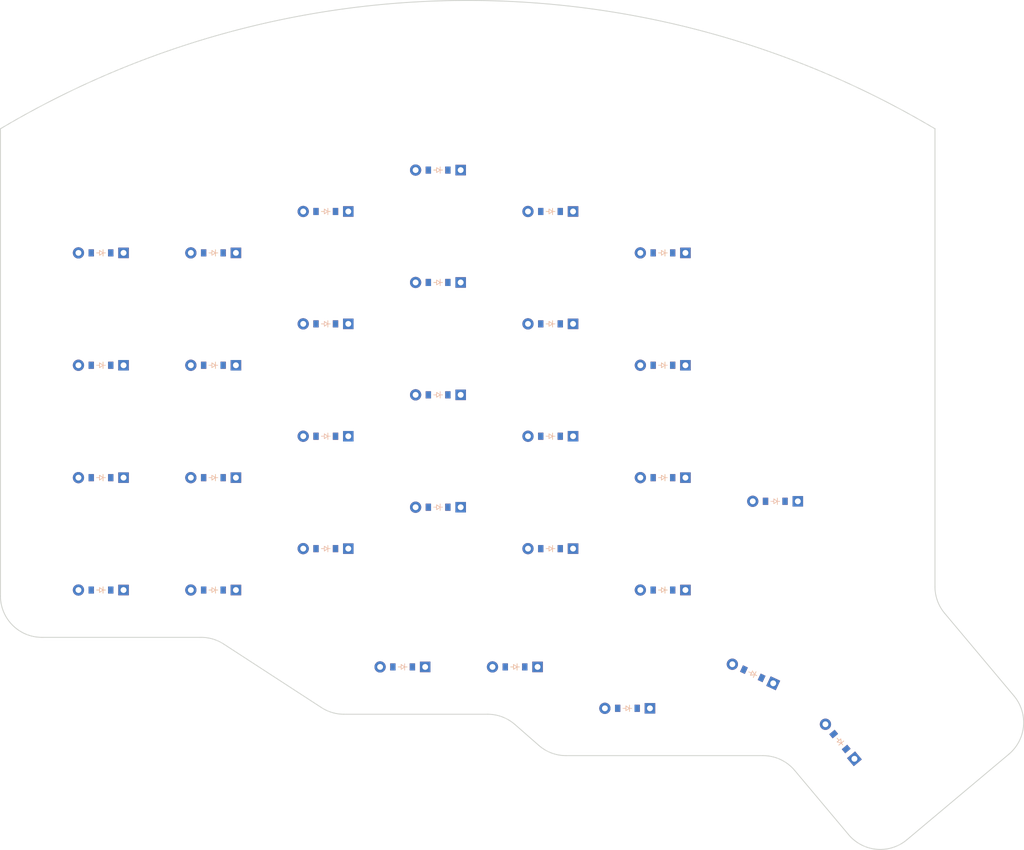
<source format=kicad_pcb>

            
(kicad_pcb (version 20171130) (host pcbnew 5.1.6)

  (page A3)
  (title_block
    (title diode_cuts)
    (rev v1.0.0)
    (company Unknown)
  )

  (general
    (thickness 1.6)
  )

  (layers
    (0 F.Cu signal)
    (31 B.Cu signal)
    (32 B.Adhes user)
    (33 F.Adhes user)
    (34 B.Paste user)
    (35 F.Paste user)
    (36 B.SilkS user)
    (37 F.SilkS user)
    (38 B.Mask user)
    (39 F.Mask user)
    (40 Dwgs.User user)
    (41 Cmts.User user)
    (42 Eco1.User user)
    (43 Eco2.User user)
    (44 Edge.Cuts user)
    (45 Margin user)
    (46 B.CrtYd user)
    (47 F.CrtYd user)
    (48 B.Fab user)
    (49 F.Fab user)
  )

  (setup
    (last_trace_width 0.25)
    (trace_clearance 0.2)
    (zone_clearance 0.508)
    (zone_45_only no)
    (trace_min 0.2)
    (via_size 0.8)
    (via_drill 0.4)
    (via_min_size 0.4)
    (via_min_drill 0.3)
    (uvia_size 0.3)
    (uvia_drill 0.1)
    (uvias_allowed no)
    (uvia_min_size 0.2)
    (uvia_min_drill 0.1)
    (edge_width 0.05)
    (segment_width 0.2)
    (pcb_text_width 0.3)
    (pcb_text_size 1.5 1.5)
    (mod_edge_width 0.12)
    (mod_text_size 1 1)
    (mod_text_width 0.15)
    (pad_size 1.524 1.524)
    (pad_drill 0.762)
    (pad_to_mask_clearance 0.05)
    (aux_axis_origin 0 0)
    (visible_elements FFFFFF7F)
    (pcbplotparams
      (layerselection 0x010fc_ffffffff)
      (usegerberextensions false)
      (usegerberattributes true)
      (usegerberadvancedattributes true)
      (creategerberjobfile true)
      (excludeedgelayer true)
      (linewidth 0.100000)
      (plotframeref false)
      (viasonmask false)
      (mode 1)
      (useauxorigin false)
      (hpglpennumber 1)
      (hpglpenspeed 20)
      (hpglpendiameter 15.000000)
      (psnegative false)
      (psa4output false)
      (plotreference true)
      (plotvalue true)
      (plotinvisibletext false)
      (padsonsilk false)
      (subtractmaskfromsilk false)
      (outputformat 1)
      (mirror false)
      (drillshape 1)
      (scaleselection 1)
      (outputdirectory ""))
  )

            (net 0 "")
(net 1 "{{row_net}}")
(net 2 "{{column_net}}")
            
  (net_class Default "This is the default net class."
    (clearance 0.2)
    (trace_width 0.25)
    (via_dia 0.8)
    (via_drill 0.4)
    (uvia_dia 0.3)
    (uvia_drill 0.1)
    (add_net "")
(add_net "{{row_net}}")
(add_net "{{column_net}}")
  )

            
  
    (module ComboDiode (layer F.Cu) (tedit 5B24D78E)


        (at 0 9 180)

        
        (fp_text reference "D1" (at 0 0) (layer F.SilkS) hide (effects (font (size 1.27 1.27) (thickness 0.15))))
        (fp_text value "" (at 0 0) (layer F.SilkS) hide (effects (font (size 1.27 1.27) (thickness 0.15))))
        
        
        (fp_line (start 0.25 0) (end 0.75 0) (layer F.SilkS) (width 0.1))
        (fp_line (start 0.25 0.4) (end -0.35 0) (layer F.SilkS) (width 0.1))
        (fp_line (start 0.25 -0.4) (end 0.25 0.4) (layer F.SilkS) (width 0.1))
        (fp_line (start -0.35 0) (end 0.25 -0.4) (layer F.SilkS) (width 0.1))
        (fp_line (start -0.35 0) (end -0.35 0.55) (layer F.SilkS) (width 0.1))
        (fp_line (start -0.35 0) (end -0.35 -0.55) (layer F.SilkS) (width 0.1))
        (fp_line (start -0.75 0) (end -0.35 0) (layer F.SilkS) (width 0.1))
        (fp_line (start 0.25 0) (end 0.75 0) (layer B.SilkS) (width 0.1))
        (fp_line (start 0.25 0.4) (end -0.35 0) (layer B.SilkS) (width 0.1))
        (fp_line (start 0.25 -0.4) (end 0.25 0.4) (layer B.SilkS) (width 0.1))
        (fp_line (start -0.35 0) (end 0.25 -0.4) (layer B.SilkS) (width 0.1))
        (fp_line (start -0.35 0) (end -0.35 0.55) (layer B.SilkS) (width 0.1))
        (fp_line (start -0.35 0) (end -0.35 -0.55) (layer B.SilkS) (width 0.1))
        (fp_line (start -0.75 0) (end -0.35 0) (layer B.SilkS) (width 0.1))
    
        
        (pad 1 smd rect (at -1.65 0 180) (size 0.9 1.2) (layers F.Cu F.Paste F.Mask) (net 2 "{{column_net}}"))
        (pad 2 smd rect (at 1.65 0 180) (size 0.9 1.2) (layers B.Cu B.Paste B.Mask) (net 1 "{{row_net}}"))
        (pad 1 smd rect (at -1.65 0 180) (size 0.9 1.2) (layers B.Cu B.Paste B.Mask) (net 2 "{{column_net}}"))
        (pad 2 smd rect (at 1.65 0 180) (size 0.9 1.2) (layers F.Cu F.Paste F.Mask) (net 1 "{{row_net}}"))
        
        
        (pad 1 thru_hole rect (at -3.81 0 180) (size 1.778 1.778) (drill 0.9906) (layers *.Cu *.Mask) (net 2 "{{column_net}}"))
        (pad 2 thru_hole circle (at 3.81 0 180) (size 1.905 1.905) (drill 0.9906) (layers *.Cu *.Mask) (net 1 "{{row_net}}"))
    )
  
    

  
    (module ComboDiode (layer F.Cu) (tedit 5B24D78E)


        (at 0 -10 180)

        
        (fp_text reference "D2" (at 0 0) (layer F.SilkS) hide (effects (font (size 1.27 1.27) (thickness 0.15))))
        (fp_text value "" (at 0 0) (layer F.SilkS) hide (effects (font (size 1.27 1.27) (thickness 0.15))))
        
        
        (fp_line (start 0.25 0) (end 0.75 0) (layer F.SilkS) (width 0.1))
        (fp_line (start 0.25 0.4) (end -0.35 0) (layer F.SilkS) (width 0.1))
        (fp_line (start 0.25 -0.4) (end 0.25 0.4) (layer F.SilkS) (width 0.1))
        (fp_line (start -0.35 0) (end 0.25 -0.4) (layer F.SilkS) (width 0.1))
        (fp_line (start -0.35 0) (end -0.35 0.55) (layer F.SilkS) (width 0.1))
        (fp_line (start -0.35 0) (end -0.35 -0.55) (layer F.SilkS) (width 0.1))
        (fp_line (start -0.75 0) (end -0.35 0) (layer F.SilkS) (width 0.1))
        (fp_line (start 0.25 0) (end 0.75 0) (layer B.SilkS) (width 0.1))
        (fp_line (start 0.25 0.4) (end -0.35 0) (layer B.SilkS) (width 0.1))
        (fp_line (start 0.25 -0.4) (end 0.25 0.4) (layer B.SilkS) (width 0.1))
        (fp_line (start -0.35 0) (end 0.25 -0.4) (layer B.SilkS) (width 0.1))
        (fp_line (start -0.35 0) (end -0.35 0.55) (layer B.SilkS) (width 0.1))
        (fp_line (start -0.35 0) (end -0.35 -0.55) (layer B.SilkS) (width 0.1))
        (fp_line (start -0.75 0) (end -0.35 0) (layer B.SilkS) (width 0.1))
    
        
        (pad 1 smd rect (at -1.65 0 180) (size 0.9 1.2) (layers F.Cu F.Paste F.Mask) (net 2 "{{column_net}}"))
        (pad 2 smd rect (at 1.65 0 180) (size 0.9 1.2) (layers B.Cu B.Paste B.Mask) (net 1 "{{row_net}}"))
        (pad 1 smd rect (at -1.65 0 180) (size 0.9 1.2) (layers B.Cu B.Paste B.Mask) (net 2 "{{column_net}}"))
        (pad 2 smd rect (at 1.65 0 180) (size 0.9 1.2) (layers F.Cu F.Paste F.Mask) (net 1 "{{row_net}}"))
        
        
        (pad 1 thru_hole rect (at -3.81 0 180) (size 1.778 1.778) (drill 0.9906) (layers *.Cu *.Mask) (net 2 "{{column_net}}"))
        (pad 2 thru_hole circle (at 3.81 0 180) (size 1.905 1.905) (drill 0.9906) (layers *.Cu *.Mask) (net 1 "{{row_net}}"))
    )
  
    

  
    (module ComboDiode (layer F.Cu) (tedit 5B24D78E)


        (at 0 -29 180)

        
        (fp_text reference "D3" (at 0 0) (layer F.SilkS) hide (effects (font (size 1.27 1.27) (thickness 0.15))))
        (fp_text value "" (at 0 0) (layer F.SilkS) hide (effects (font (size 1.27 1.27) (thickness 0.15))))
        
        
        (fp_line (start 0.25 0) (end 0.75 0) (layer F.SilkS) (width 0.1))
        (fp_line (start 0.25 0.4) (end -0.35 0) (layer F.SilkS) (width 0.1))
        (fp_line (start 0.25 -0.4) (end 0.25 0.4) (layer F.SilkS) (width 0.1))
        (fp_line (start -0.35 0) (end 0.25 -0.4) (layer F.SilkS) (width 0.1))
        (fp_line (start -0.35 0) (end -0.35 0.55) (layer F.SilkS) (width 0.1))
        (fp_line (start -0.35 0) (end -0.35 -0.55) (layer F.SilkS) (width 0.1))
        (fp_line (start -0.75 0) (end -0.35 0) (layer F.SilkS) (width 0.1))
        (fp_line (start 0.25 0) (end 0.75 0) (layer B.SilkS) (width 0.1))
        (fp_line (start 0.25 0.4) (end -0.35 0) (layer B.SilkS) (width 0.1))
        (fp_line (start 0.25 -0.4) (end 0.25 0.4) (layer B.SilkS) (width 0.1))
        (fp_line (start -0.35 0) (end 0.25 -0.4) (layer B.SilkS) (width 0.1))
        (fp_line (start -0.35 0) (end -0.35 0.55) (layer B.SilkS) (width 0.1))
        (fp_line (start -0.35 0) (end -0.35 -0.55) (layer B.SilkS) (width 0.1))
        (fp_line (start -0.75 0) (end -0.35 0) (layer B.SilkS) (width 0.1))
    
        
        (pad 1 smd rect (at -1.65 0 180) (size 0.9 1.2) (layers F.Cu F.Paste F.Mask) (net 2 "{{column_net}}"))
        (pad 2 smd rect (at 1.65 0 180) (size 0.9 1.2) (layers B.Cu B.Paste B.Mask) (net 1 "{{row_net}}"))
        (pad 1 smd rect (at -1.65 0 180) (size 0.9 1.2) (layers B.Cu B.Paste B.Mask) (net 2 "{{column_net}}"))
        (pad 2 smd rect (at 1.65 0 180) (size 0.9 1.2) (layers F.Cu F.Paste F.Mask) (net 1 "{{row_net}}"))
        
        
        (pad 1 thru_hole rect (at -3.81 0 180) (size 1.778 1.778) (drill 0.9906) (layers *.Cu *.Mask) (net 2 "{{column_net}}"))
        (pad 2 thru_hole circle (at 3.81 0 180) (size 1.905 1.905) (drill 0.9906) (layers *.Cu *.Mask) (net 1 "{{row_net}}"))
    )
  
    

  
    (module ComboDiode (layer F.Cu) (tedit 5B24D78E)


        (at 0 -48 180)

        
        (fp_text reference "D4" (at 0 0) (layer F.SilkS) hide (effects (font (size 1.27 1.27) (thickness 0.15))))
        (fp_text value "" (at 0 0) (layer F.SilkS) hide (effects (font (size 1.27 1.27) (thickness 0.15))))
        
        
        (fp_line (start 0.25 0) (end 0.75 0) (layer F.SilkS) (width 0.1))
        (fp_line (start 0.25 0.4) (end -0.35 0) (layer F.SilkS) (width 0.1))
        (fp_line (start 0.25 -0.4) (end 0.25 0.4) (layer F.SilkS) (width 0.1))
        (fp_line (start -0.35 0) (end 0.25 -0.4) (layer F.SilkS) (width 0.1))
        (fp_line (start -0.35 0) (end -0.35 0.55) (layer F.SilkS) (width 0.1))
        (fp_line (start -0.35 0) (end -0.35 -0.55) (layer F.SilkS) (width 0.1))
        (fp_line (start -0.75 0) (end -0.35 0) (layer F.SilkS) (width 0.1))
        (fp_line (start 0.25 0) (end 0.75 0) (layer B.SilkS) (width 0.1))
        (fp_line (start 0.25 0.4) (end -0.35 0) (layer B.SilkS) (width 0.1))
        (fp_line (start 0.25 -0.4) (end 0.25 0.4) (layer B.SilkS) (width 0.1))
        (fp_line (start -0.35 0) (end 0.25 -0.4) (layer B.SilkS) (width 0.1))
        (fp_line (start -0.35 0) (end -0.35 0.55) (layer B.SilkS) (width 0.1))
        (fp_line (start -0.35 0) (end -0.35 -0.55) (layer B.SilkS) (width 0.1))
        (fp_line (start -0.75 0) (end -0.35 0) (layer B.SilkS) (width 0.1))
    
        
        (pad 1 smd rect (at -1.65 0 180) (size 0.9 1.2) (layers F.Cu F.Paste F.Mask) (net 2 "{{column_net}}"))
        (pad 2 smd rect (at 1.65 0 180) (size 0.9 1.2) (layers B.Cu B.Paste B.Mask) (net 1 "{{row_net}}"))
        (pad 1 smd rect (at -1.65 0 180) (size 0.9 1.2) (layers B.Cu B.Paste B.Mask) (net 2 "{{column_net}}"))
        (pad 2 smd rect (at 1.65 0 180) (size 0.9 1.2) (layers F.Cu F.Paste F.Mask) (net 1 "{{row_net}}"))
        
        
        (pad 1 thru_hole rect (at -3.81 0 180) (size 1.778 1.778) (drill 0.9906) (layers *.Cu *.Mask) (net 2 "{{column_net}}"))
        (pad 2 thru_hole circle (at 3.81 0 180) (size 1.905 1.905) (drill 0.9906) (layers *.Cu *.Mask) (net 1 "{{row_net}}"))
    )
  
    

  
    (module ComboDiode (layer F.Cu) (tedit 5B24D78E)


        (at 19 9 180)

        
        (fp_text reference "D5" (at 0 0) (layer F.SilkS) hide (effects (font (size 1.27 1.27) (thickness 0.15))))
        (fp_text value "" (at 0 0) (layer F.SilkS) hide (effects (font (size 1.27 1.27) (thickness 0.15))))
        
        
        (fp_line (start 0.25 0) (end 0.75 0) (layer F.SilkS) (width 0.1))
        (fp_line (start 0.25 0.4) (end -0.35 0) (layer F.SilkS) (width 0.1))
        (fp_line (start 0.25 -0.4) (end 0.25 0.4) (layer F.SilkS) (width 0.1))
        (fp_line (start -0.35 0) (end 0.25 -0.4) (layer F.SilkS) (width 0.1))
        (fp_line (start -0.35 0) (end -0.35 0.55) (layer F.SilkS) (width 0.1))
        (fp_line (start -0.35 0) (end -0.35 -0.55) (layer F.SilkS) (width 0.1))
        (fp_line (start -0.75 0) (end -0.35 0) (layer F.SilkS) (width 0.1))
        (fp_line (start 0.25 0) (end 0.75 0) (layer B.SilkS) (width 0.1))
        (fp_line (start 0.25 0.4) (end -0.35 0) (layer B.SilkS) (width 0.1))
        (fp_line (start 0.25 -0.4) (end 0.25 0.4) (layer B.SilkS) (width 0.1))
        (fp_line (start -0.35 0) (end 0.25 -0.4) (layer B.SilkS) (width 0.1))
        (fp_line (start -0.35 0) (end -0.35 0.55) (layer B.SilkS) (width 0.1))
        (fp_line (start -0.35 0) (end -0.35 -0.55) (layer B.SilkS) (width 0.1))
        (fp_line (start -0.75 0) (end -0.35 0) (layer B.SilkS) (width 0.1))
    
        
        (pad 1 smd rect (at -1.65 0 180) (size 0.9 1.2) (layers F.Cu F.Paste F.Mask) (net 2 "{{column_net}}"))
        (pad 2 smd rect (at 1.65 0 180) (size 0.9 1.2) (layers B.Cu B.Paste B.Mask) (net 1 "{{row_net}}"))
        (pad 1 smd rect (at -1.65 0 180) (size 0.9 1.2) (layers B.Cu B.Paste B.Mask) (net 2 "{{column_net}}"))
        (pad 2 smd rect (at 1.65 0 180) (size 0.9 1.2) (layers F.Cu F.Paste F.Mask) (net 1 "{{row_net}}"))
        
        
        (pad 1 thru_hole rect (at -3.81 0 180) (size 1.778 1.778) (drill 0.9906) (layers *.Cu *.Mask) (net 2 "{{column_net}}"))
        (pad 2 thru_hole circle (at 3.81 0 180) (size 1.905 1.905) (drill 0.9906) (layers *.Cu *.Mask) (net 1 "{{row_net}}"))
    )
  
    

  
    (module ComboDiode (layer F.Cu) (tedit 5B24D78E)


        (at 19 -10 180)

        
        (fp_text reference "D6" (at 0 0) (layer F.SilkS) hide (effects (font (size 1.27 1.27) (thickness 0.15))))
        (fp_text value "" (at 0 0) (layer F.SilkS) hide (effects (font (size 1.27 1.27) (thickness 0.15))))
        
        
        (fp_line (start 0.25 0) (end 0.75 0) (layer F.SilkS) (width 0.1))
        (fp_line (start 0.25 0.4) (end -0.35 0) (layer F.SilkS) (width 0.1))
        (fp_line (start 0.25 -0.4) (end 0.25 0.4) (layer F.SilkS) (width 0.1))
        (fp_line (start -0.35 0) (end 0.25 -0.4) (layer F.SilkS) (width 0.1))
        (fp_line (start -0.35 0) (end -0.35 0.55) (layer F.SilkS) (width 0.1))
        (fp_line (start -0.35 0) (end -0.35 -0.55) (layer F.SilkS) (width 0.1))
        (fp_line (start -0.75 0) (end -0.35 0) (layer F.SilkS) (width 0.1))
        (fp_line (start 0.25 0) (end 0.75 0) (layer B.SilkS) (width 0.1))
        (fp_line (start 0.25 0.4) (end -0.35 0) (layer B.SilkS) (width 0.1))
        (fp_line (start 0.25 -0.4) (end 0.25 0.4) (layer B.SilkS) (width 0.1))
        (fp_line (start -0.35 0) (end 0.25 -0.4) (layer B.SilkS) (width 0.1))
        (fp_line (start -0.35 0) (end -0.35 0.55) (layer B.SilkS) (width 0.1))
        (fp_line (start -0.35 0) (end -0.35 -0.55) (layer B.SilkS) (width 0.1))
        (fp_line (start -0.75 0) (end -0.35 0) (layer B.SilkS) (width 0.1))
    
        
        (pad 1 smd rect (at -1.65 0 180) (size 0.9 1.2) (layers F.Cu F.Paste F.Mask) (net 2 "{{column_net}}"))
        (pad 2 smd rect (at 1.65 0 180) (size 0.9 1.2) (layers B.Cu B.Paste B.Mask) (net 1 "{{row_net}}"))
        (pad 1 smd rect (at -1.65 0 180) (size 0.9 1.2) (layers B.Cu B.Paste B.Mask) (net 2 "{{column_net}}"))
        (pad 2 smd rect (at 1.65 0 180) (size 0.9 1.2) (layers F.Cu F.Paste F.Mask) (net 1 "{{row_net}}"))
        
        
        (pad 1 thru_hole rect (at -3.81 0 180) (size 1.778 1.778) (drill 0.9906) (layers *.Cu *.Mask) (net 2 "{{column_net}}"))
        (pad 2 thru_hole circle (at 3.81 0 180) (size 1.905 1.905) (drill 0.9906) (layers *.Cu *.Mask) (net 1 "{{row_net}}"))
    )
  
    

  
    (module ComboDiode (layer F.Cu) (tedit 5B24D78E)


        (at 19 -29 180)

        
        (fp_text reference "D7" (at 0 0) (layer F.SilkS) hide (effects (font (size 1.27 1.27) (thickness 0.15))))
        (fp_text value "" (at 0 0) (layer F.SilkS) hide (effects (font (size 1.27 1.27) (thickness 0.15))))
        
        
        (fp_line (start 0.25 0) (end 0.75 0) (layer F.SilkS) (width 0.1))
        (fp_line (start 0.25 0.4) (end -0.35 0) (layer F.SilkS) (width 0.1))
        (fp_line (start 0.25 -0.4) (end 0.25 0.4) (layer F.SilkS) (width 0.1))
        (fp_line (start -0.35 0) (end 0.25 -0.4) (layer F.SilkS) (width 0.1))
        (fp_line (start -0.35 0) (end -0.35 0.55) (layer F.SilkS) (width 0.1))
        (fp_line (start -0.35 0) (end -0.35 -0.55) (layer F.SilkS) (width 0.1))
        (fp_line (start -0.75 0) (end -0.35 0) (layer F.SilkS) (width 0.1))
        (fp_line (start 0.25 0) (end 0.75 0) (layer B.SilkS) (width 0.1))
        (fp_line (start 0.25 0.4) (end -0.35 0) (layer B.SilkS) (width 0.1))
        (fp_line (start 0.25 -0.4) (end 0.25 0.4) (layer B.SilkS) (width 0.1))
        (fp_line (start -0.35 0) (end 0.25 -0.4) (layer B.SilkS) (width 0.1))
        (fp_line (start -0.35 0) (end -0.35 0.55) (layer B.SilkS) (width 0.1))
        (fp_line (start -0.35 0) (end -0.35 -0.55) (layer B.SilkS) (width 0.1))
        (fp_line (start -0.75 0) (end -0.35 0) (layer B.SilkS) (width 0.1))
    
        
        (pad 1 smd rect (at -1.65 0 180) (size 0.9 1.2) (layers F.Cu F.Paste F.Mask) (net 2 "{{column_net}}"))
        (pad 2 smd rect (at 1.65 0 180) (size 0.9 1.2) (layers B.Cu B.Paste B.Mask) (net 1 "{{row_net}}"))
        (pad 1 smd rect (at -1.65 0 180) (size 0.9 1.2) (layers B.Cu B.Paste B.Mask) (net 2 "{{column_net}}"))
        (pad 2 smd rect (at 1.65 0 180) (size 0.9 1.2) (layers F.Cu F.Paste F.Mask) (net 1 "{{row_net}}"))
        
        
        (pad 1 thru_hole rect (at -3.81 0 180) (size 1.778 1.778) (drill 0.9906) (layers *.Cu *.Mask) (net 2 "{{column_net}}"))
        (pad 2 thru_hole circle (at 3.81 0 180) (size 1.905 1.905) (drill 0.9906) (layers *.Cu *.Mask) (net 1 "{{row_net}}"))
    )
  
    

  
    (module ComboDiode (layer F.Cu) (tedit 5B24D78E)


        (at 19 -48 180)

        
        (fp_text reference "D8" (at 0 0) (layer F.SilkS) hide (effects (font (size 1.27 1.27) (thickness 0.15))))
        (fp_text value "" (at 0 0) (layer F.SilkS) hide (effects (font (size 1.27 1.27) (thickness 0.15))))
        
        
        (fp_line (start 0.25 0) (end 0.75 0) (layer F.SilkS) (width 0.1))
        (fp_line (start 0.25 0.4) (end -0.35 0) (layer F.SilkS) (width 0.1))
        (fp_line (start 0.25 -0.4) (end 0.25 0.4) (layer F.SilkS) (width 0.1))
        (fp_line (start -0.35 0) (end 0.25 -0.4) (layer F.SilkS) (width 0.1))
        (fp_line (start -0.35 0) (end -0.35 0.55) (layer F.SilkS) (width 0.1))
        (fp_line (start -0.35 0) (end -0.35 -0.55) (layer F.SilkS) (width 0.1))
        (fp_line (start -0.75 0) (end -0.35 0) (layer F.SilkS) (width 0.1))
        (fp_line (start 0.25 0) (end 0.75 0) (layer B.SilkS) (width 0.1))
        (fp_line (start 0.25 0.4) (end -0.35 0) (layer B.SilkS) (width 0.1))
        (fp_line (start 0.25 -0.4) (end 0.25 0.4) (layer B.SilkS) (width 0.1))
        (fp_line (start -0.35 0) (end 0.25 -0.4) (layer B.SilkS) (width 0.1))
        (fp_line (start -0.35 0) (end -0.35 0.55) (layer B.SilkS) (width 0.1))
        (fp_line (start -0.35 0) (end -0.35 -0.55) (layer B.SilkS) (width 0.1))
        (fp_line (start -0.75 0) (end -0.35 0) (layer B.SilkS) (width 0.1))
    
        
        (pad 1 smd rect (at -1.65 0 180) (size 0.9 1.2) (layers F.Cu F.Paste F.Mask) (net 2 "{{column_net}}"))
        (pad 2 smd rect (at 1.65 0 180) (size 0.9 1.2) (layers B.Cu B.Paste B.Mask) (net 1 "{{row_net}}"))
        (pad 1 smd rect (at -1.65 0 180) (size 0.9 1.2) (layers B.Cu B.Paste B.Mask) (net 2 "{{column_net}}"))
        (pad 2 smd rect (at 1.65 0 180) (size 0.9 1.2) (layers F.Cu F.Paste F.Mask) (net 1 "{{row_net}}"))
        
        
        (pad 1 thru_hole rect (at -3.81 0 180) (size 1.778 1.778) (drill 0.9906) (layers *.Cu *.Mask) (net 2 "{{column_net}}"))
        (pad 2 thru_hole circle (at 3.81 0 180) (size 1.905 1.905) (drill 0.9906) (layers *.Cu *.Mask) (net 1 "{{row_net}}"))
    )
  
    

  
    (module ComboDiode (layer F.Cu) (tedit 5B24D78E)


        (at 38 2 180)

        
        (fp_text reference "D9" (at 0 0) (layer F.SilkS) hide (effects (font (size 1.27 1.27) (thickness 0.15))))
        (fp_text value "" (at 0 0) (layer F.SilkS) hide (effects (font (size 1.27 1.27) (thickness 0.15))))
        
        
        (fp_line (start 0.25 0) (end 0.75 0) (layer F.SilkS) (width 0.1))
        (fp_line (start 0.25 0.4) (end -0.35 0) (layer F.SilkS) (width 0.1))
        (fp_line (start 0.25 -0.4) (end 0.25 0.4) (layer F.SilkS) (width 0.1))
        (fp_line (start -0.35 0) (end 0.25 -0.4) (layer F.SilkS) (width 0.1))
        (fp_line (start -0.35 0) (end -0.35 0.55) (layer F.SilkS) (width 0.1))
        (fp_line (start -0.35 0) (end -0.35 -0.55) (layer F.SilkS) (width 0.1))
        (fp_line (start -0.75 0) (end -0.35 0) (layer F.SilkS) (width 0.1))
        (fp_line (start 0.25 0) (end 0.75 0) (layer B.SilkS) (width 0.1))
        (fp_line (start 0.25 0.4) (end -0.35 0) (layer B.SilkS) (width 0.1))
        (fp_line (start 0.25 -0.4) (end 0.25 0.4) (layer B.SilkS) (width 0.1))
        (fp_line (start -0.35 0) (end 0.25 -0.4) (layer B.SilkS) (width 0.1))
        (fp_line (start -0.35 0) (end -0.35 0.55) (layer B.SilkS) (width 0.1))
        (fp_line (start -0.35 0) (end -0.35 -0.55) (layer B.SilkS) (width 0.1))
        (fp_line (start -0.75 0) (end -0.35 0) (layer B.SilkS) (width 0.1))
    
        
        (pad 1 smd rect (at -1.65 0 180) (size 0.9 1.2) (layers F.Cu F.Paste F.Mask) (net 2 "{{column_net}}"))
        (pad 2 smd rect (at 1.65 0 180) (size 0.9 1.2) (layers B.Cu B.Paste B.Mask) (net 1 "{{row_net}}"))
        (pad 1 smd rect (at -1.65 0 180) (size 0.9 1.2) (layers B.Cu B.Paste B.Mask) (net 2 "{{column_net}}"))
        (pad 2 smd rect (at 1.65 0 180) (size 0.9 1.2) (layers F.Cu F.Paste F.Mask) (net 1 "{{row_net}}"))
        
        
        (pad 1 thru_hole rect (at -3.81 0 180) (size 1.778 1.778) (drill 0.9906) (layers *.Cu *.Mask) (net 2 "{{column_net}}"))
        (pad 2 thru_hole circle (at 3.81 0 180) (size 1.905 1.905) (drill 0.9906) (layers *.Cu *.Mask) (net 1 "{{row_net}}"))
    )
  
    

  
    (module ComboDiode (layer F.Cu) (tedit 5B24D78E)


        (at 38 -17 180)

        
        (fp_text reference "D10" (at 0 0) (layer F.SilkS) hide (effects (font (size 1.27 1.27) (thickness 0.15))))
        (fp_text value "" (at 0 0) (layer F.SilkS) hide (effects (font (size 1.27 1.27) (thickness 0.15))))
        
        
        (fp_line (start 0.25 0) (end 0.75 0) (layer F.SilkS) (width 0.1))
        (fp_line (start 0.25 0.4) (end -0.35 0) (layer F.SilkS) (width 0.1))
        (fp_line (start 0.25 -0.4) (end 0.25 0.4) (layer F.SilkS) (width 0.1))
        (fp_line (start -0.35 0) (end 0.25 -0.4) (layer F.SilkS) (width 0.1))
        (fp_line (start -0.35 0) (end -0.35 0.55) (layer F.SilkS) (width 0.1))
        (fp_line (start -0.35 0) (end -0.35 -0.55) (layer F.SilkS) (width 0.1))
        (fp_line (start -0.75 0) (end -0.35 0) (layer F.SilkS) (width 0.1))
        (fp_line (start 0.25 0) (end 0.75 0) (layer B.SilkS) (width 0.1))
        (fp_line (start 0.25 0.4) (end -0.35 0) (layer B.SilkS) (width 0.1))
        (fp_line (start 0.25 -0.4) (end 0.25 0.4) (layer B.SilkS) (width 0.1))
        (fp_line (start -0.35 0) (end 0.25 -0.4) (layer B.SilkS) (width 0.1))
        (fp_line (start -0.35 0) (end -0.35 0.55) (layer B.SilkS) (width 0.1))
        (fp_line (start -0.35 0) (end -0.35 -0.55) (layer B.SilkS) (width 0.1))
        (fp_line (start -0.75 0) (end -0.35 0) (layer B.SilkS) (width 0.1))
    
        
        (pad 1 smd rect (at -1.65 0 180) (size 0.9 1.2) (layers F.Cu F.Paste F.Mask) (net 2 "{{column_net}}"))
        (pad 2 smd rect (at 1.65 0 180) (size 0.9 1.2) (layers B.Cu B.Paste B.Mask) (net 1 "{{row_net}}"))
        (pad 1 smd rect (at -1.65 0 180) (size 0.9 1.2) (layers B.Cu B.Paste B.Mask) (net 2 "{{column_net}}"))
        (pad 2 smd rect (at 1.65 0 180) (size 0.9 1.2) (layers F.Cu F.Paste F.Mask) (net 1 "{{row_net}}"))
        
        
        (pad 1 thru_hole rect (at -3.81 0 180) (size 1.778 1.778) (drill 0.9906) (layers *.Cu *.Mask) (net 2 "{{column_net}}"))
        (pad 2 thru_hole circle (at 3.81 0 180) (size 1.905 1.905) (drill 0.9906) (layers *.Cu *.Mask) (net 1 "{{row_net}}"))
    )
  
    

  
    (module ComboDiode (layer F.Cu) (tedit 5B24D78E)


        (at 38 -36 180)

        
        (fp_text reference "D11" (at 0 0) (layer F.SilkS) hide (effects (font (size 1.27 1.27) (thickness 0.15))))
        (fp_text value "" (at 0 0) (layer F.SilkS) hide (effects (font (size 1.27 1.27) (thickness 0.15))))
        
        
        (fp_line (start 0.25 0) (end 0.75 0) (layer F.SilkS) (width 0.1))
        (fp_line (start 0.25 0.4) (end -0.35 0) (layer F.SilkS) (width 0.1))
        (fp_line (start 0.25 -0.4) (end 0.25 0.4) (layer F.SilkS) (width 0.1))
        (fp_line (start -0.35 0) (end 0.25 -0.4) (layer F.SilkS) (width 0.1))
        (fp_line (start -0.35 0) (end -0.35 0.55) (layer F.SilkS) (width 0.1))
        (fp_line (start -0.35 0) (end -0.35 -0.55) (layer F.SilkS) (width 0.1))
        (fp_line (start -0.75 0) (end -0.35 0) (layer F.SilkS) (width 0.1))
        (fp_line (start 0.25 0) (end 0.75 0) (layer B.SilkS) (width 0.1))
        (fp_line (start 0.25 0.4) (end -0.35 0) (layer B.SilkS) (width 0.1))
        (fp_line (start 0.25 -0.4) (end 0.25 0.4) (layer B.SilkS) (width 0.1))
        (fp_line (start -0.35 0) (end 0.25 -0.4) (layer B.SilkS) (width 0.1))
        (fp_line (start -0.35 0) (end -0.35 0.55) (layer B.SilkS) (width 0.1))
        (fp_line (start -0.35 0) (end -0.35 -0.55) (layer B.SilkS) (width 0.1))
        (fp_line (start -0.75 0) (end -0.35 0) (layer B.SilkS) (width 0.1))
    
        
        (pad 1 smd rect (at -1.65 0 180) (size 0.9 1.2) (layers F.Cu F.Paste F.Mask) (net 2 "{{column_net}}"))
        (pad 2 smd rect (at 1.65 0 180) (size 0.9 1.2) (layers B.Cu B.Paste B.Mask) (net 1 "{{row_net}}"))
        (pad 1 smd rect (at -1.65 0 180) (size 0.9 1.2) (layers B.Cu B.Paste B.Mask) (net 2 "{{column_net}}"))
        (pad 2 smd rect (at 1.65 0 180) (size 0.9 1.2) (layers F.Cu F.Paste F.Mask) (net 1 "{{row_net}}"))
        
        
        (pad 1 thru_hole rect (at -3.81 0 180) (size 1.778 1.778) (drill 0.9906) (layers *.Cu *.Mask) (net 2 "{{column_net}}"))
        (pad 2 thru_hole circle (at 3.81 0 180) (size 1.905 1.905) (drill 0.9906) (layers *.Cu *.Mask) (net 1 "{{row_net}}"))
    )
  
    

  
    (module ComboDiode (layer F.Cu) (tedit 5B24D78E)


        (at 38 -55 180)

        
        (fp_text reference "D12" (at 0 0) (layer F.SilkS) hide (effects (font (size 1.27 1.27) (thickness 0.15))))
        (fp_text value "" (at 0 0) (layer F.SilkS) hide (effects (font (size 1.27 1.27) (thickness 0.15))))
        
        
        (fp_line (start 0.25 0) (end 0.75 0) (layer F.SilkS) (width 0.1))
        (fp_line (start 0.25 0.4) (end -0.35 0) (layer F.SilkS) (width 0.1))
        (fp_line (start 0.25 -0.4) (end 0.25 0.4) (layer F.SilkS) (width 0.1))
        (fp_line (start -0.35 0) (end 0.25 -0.4) (layer F.SilkS) (width 0.1))
        (fp_line (start -0.35 0) (end -0.35 0.55) (layer F.SilkS) (width 0.1))
        (fp_line (start -0.35 0) (end -0.35 -0.55) (layer F.SilkS) (width 0.1))
        (fp_line (start -0.75 0) (end -0.35 0) (layer F.SilkS) (width 0.1))
        (fp_line (start 0.25 0) (end 0.75 0) (layer B.SilkS) (width 0.1))
        (fp_line (start 0.25 0.4) (end -0.35 0) (layer B.SilkS) (width 0.1))
        (fp_line (start 0.25 -0.4) (end 0.25 0.4) (layer B.SilkS) (width 0.1))
        (fp_line (start -0.35 0) (end 0.25 -0.4) (layer B.SilkS) (width 0.1))
        (fp_line (start -0.35 0) (end -0.35 0.55) (layer B.SilkS) (width 0.1))
        (fp_line (start -0.35 0) (end -0.35 -0.55) (layer B.SilkS) (width 0.1))
        (fp_line (start -0.75 0) (end -0.35 0) (layer B.SilkS) (width 0.1))
    
        
        (pad 1 smd rect (at -1.65 0 180) (size 0.9 1.2) (layers F.Cu F.Paste F.Mask) (net 2 "{{column_net}}"))
        (pad 2 smd rect (at 1.65 0 180) (size 0.9 1.2) (layers B.Cu B.Paste B.Mask) (net 1 "{{row_net}}"))
        (pad 1 smd rect (at -1.65 0 180) (size 0.9 1.2) (layers B.Cu B.Paste B.Mask) (net 2 "{{column_net}}"))
        (pad 2 smd rect (at 1.65 0 180) (size 0.9 1.2) (layers F.Cu F.Paste F.Mask) (net 1 "{{row_net}}"))
        
        
        (pad 1 thru_hole rect (at -3.81 0 180) (size 1.778 1.778) (drill 0.9906) (layers *.Cu *.Mask) (net 2 "{{column_net}}"))
        (pad 2 thru_hole circle (at 3.81 0 180) (size 1.905 1.905) (drill 0.9906) (layers *.Cu *.Mask) (net 1 "{{row_net}}"))
    )
  
    

  
    (module ComboDiode (layer F.Cu) (tedit 5B24D78E)


        (at 57 -5 180)

        
        (fp_text reference "D13" (at 0 0) (layer F.SilkS) hide (effects (font (size 1.27 1.27) (thickness 0.15))))
        (fp_text value "" (at 0 0) (layer F.SilkS) hide (effects (font (size 1.27 1.27) (thickness 0.15))))
        
        
        (fp_line (start 0.25 0) (end 0.75 0) (layer F.SilkS) (width 0.1))
        (fp_line (start 0.25 0.4) (end -0.35 0) (layer F.SilkS) (width 0.1))
        (fp_line (start 0.25 -0.4) (end 0.25 0.4) (layer F.SilkS) (width 0.1))
        (fp_line (start -0.35 0) (end 0.25 -0.4) (layer F.SilkS) (width 0.1))
        (fp_line (start -0.35 0) (end -0.35 0.55) (layer F.SilkS) (width 0.1))
        (fp_line (start -0.35 0) (end -0.35 -0.55) (layer F.SilkS) (width 0.1))
        (fp_line (start -0.75 0) (end -0.35 0) (layer F.SilkS) (width 0.1))
        (fp_line (start 0.25 0) (end 0.75 0) (layer B.SilkS) (width 0.1))
        (fp_line (start 0.25 0.4) (end -0.35 0) (layer B.SilkS) (width 0.1))
        (fp_line (start 0.25 -0.4) (end 0.25 0.4) (layer B.SilkS) (width 0.1))
        (fp_line (start -0.35 0) (end 0.25 -0.4) (layer B.SilkS) (width 0.1))
        (fp_line (start -0.35 0) (end -0.35 0.55) (layer B.SilkS) (width 0.1))
        (fp_line (start -0.35 0) (end -0.35 -0.55) (layer B.SilkS) (width 0.1))
        (fp_line (start -0.75 0) (end -0.35 0) (layer B.SilkS) (width 0.1))
    
        
        (pad 1 smd rect (at -1.65 0 180) (size 0.9 1.2) (layers F.Cu F.Paste F.Mask) (net 2 "{{column_net}}"))
        (pad 2 smd rect (at 1.65 0 180) (size 0.9 1.2) (layers B.Cu B.Paste B.Mask) (net 1 "{{row_net}}"))
        (pad 1 smd rect (at -1.65 0 180) (size 0.9 1.2) (layers B.Cu B.Paste B.Mask) (net 2 "{{column_net}}"))
        (pad 2 smd rect (at 1.65 0 180) (size 0.9 1.2) (layers F.Cu F.Paste F.Mask) (net 1 "{{row_net}}"))
        
        
        (pad 1 thru_hole rect (at -3.81 0 180) (size 1.778 1.778) (drill 0.9906) (layers *.Cu *.Mask) (net 2 "{{column_net}}"))
        (pad 2 thru_hole circle (at 3.81 0 180) (size 1.905 1.905) (drill 0.9906) (layers *.Cu *.Mask) (net 1 "{{row_net}}"))
    )
  
    

  
    (module ComboDiode (layer F.Cu) (tedit 5B24D78E)


        (at 57 -24 180)

        
        (fp_text reference "D14" (at 0 0) (layer F.SilkS) hide (effects (font (size 1.27 1.27) (thickness 0.15))))
        (fp_text value "" (at 0 0) (layer F.SilkS) hide (effects (font (size 1.27 1.27) (thickness 0.15))))
        
        
        (fp_line (start 0.25 0) (end 0.75 0) (layer F.SilkS) (width 0.1))
        (fp_line (start 0.25 0.4) (end -0.35 0) (layer F.SilkS) (width 0.1))
        (fp_line (start 0.25 -0.4) (end 0.25 0.4) (layer F.SilkS) (width 0.1))
        (fp_line (start -0.35 0) (end 0.25 -0.4) (layer F.SilkS) (width 0.1))
        (fp_line (start -0.35 0) (end -0.35 0.55) (layer F.SilkS) (width 0.1))
        (fp_line (start -0.35 0) (end -0.35 -0.55) (layer F.SilkS) (width 0.1))
        (fp_line (start -0.75 0) (end -0.35 0) (layer F.SilkS) (width 0.1))
        (fp_line (start 0.25 0) (end 0.75 0) (layer B.SilkS) (width 0.1))
        (fp_line (start 0.25 0.4) (end -0.35 0) (layer B.SilkS) (width 0.1))
        (fp_line (start 0.25 -0.4) (end 0.25 0.4) (layer B.SilkS) (width 0.1))
        (fp_line (start -0.35 0) (end 0.25 -0.4) (layer B.SilkS) (width 0.1))
        (fp_line (start -0.35 0) (end -0.35 0.55) (layer B.SilkS) (width 0.1))
        (fp_line (start -0.35 0) (end -0.35 -0.55) (layer B.SilkS) (width 0.1))
        (fp_line (start -0.75 0) (end -0.35 0) (layer B.SilkS) (width 0.1))
    
        
        (pad 1 smd rect (at -1.65 0 180) (size 0.9 1.2) (layers F.Cu F.Paste F.Mask) (net 2 "{{column_net}}"))
        (pad 2 smd rect (at 1.65 0 180) (size 0.9 1.2) (layers B.Cu B.Paste B.Mask) (net 1 "{{row_net}}"))
        (pad 1 smd rect (at -1.65 0 180) (size 0.9 1.2) (layers B.Cu B.Paste B.Mask) (net 2 "{{column_net}}"))
        (pad 2 smd rect (at 1.65 0 180) (size 0.9 1.2) (layers F.Cu F.Paste F.Mask) (net 1 "{{row_net}}"))
        
        
        (pad 1 thru_hole rect (at -3.81 0 180) (size 1.778 1.778) (drill 0.9906) (layers *.Cu *.Mask) (net 2 "{{column_net}}"))
        (pad 2 thru_hole circle (at 3.81 0 180) (size 1.905 1.905) (drill 0.9906) (layers *.Cu *.Mask) (net 1 "{{row_net}}"))
    )
  
    

  
    (module ComboDiode (layer F.Cu) (tedit 5B24D78E)


        (at 57 -43 180)

        
        (fp_text reference "D15" (at 0 0) (layer F.SilkS) hide (effects (font (size 1.27 1.27) (thickness 0.15))))
        (fp_text value "" (at 0 0) (layer F.SilkS) hide (effects (font (size 1.27 1.27) (thickness 0.15))))
        
        
        (fp_line (start 0.25 0) (end 0.75 0) (layer F.SilkS) (width 0.1))
        (fp_line (start 0.25 0.4) (end -0.35 0) (layer F.SilkS) (width 0.1))
        (fp_line (start 0.25 -0.4) (end 0.25 0.4) (layer F.SilkS) (width 0.1))
        (fp_line (start -0.35 0) (end 0.25 -0.4) (layer F.SilkS) (width 0.1))
        (fp_line (start -0.35 0) (end -0.35 0.55) (layer F.SilkS) (width 0.1))
        (fp_line (start -0.35 0) (end -0.35 -0.55) (layer F.SilkS) (width 0.1))
        (fp_line (start -0.75 0) (end -0.35 0) (layer F.SilkS) (width 0.1))
        (fp_line (start 0.25 0) (end 0.75 0) (layer B.SilkS) (width 0.1))
        (fp_line (start 0.25 0.4) (end -0.35 0) (layer B.SilkS) (width 0.1))
        (fp_line (start 0.25 -0.4) (end 0.25 0.4) (layer B.SilkS) (width 0.1))
        (fp_line (start -0.35 0) (end 0.25 -0.4) (layer B.SilkS) (width 0.1))
        (fp_line (start -0.35 0) (end -0.35 0.55) (layer B.SilkS) (width 0.1))
        (fp_line (start -0.35 0) (end -0.35 -0.55) (layer B.SilkS) (width 0.1))
        (fp_line (start -0.75 0) (end -0.35 0) (layer B.SilkS) (width 0.1))
    
        
        (pad 1 smd rect (at -1.65 0 180) (size 0.9 1.2) (layers F.Cu F.Paste F.Mask) (net 2 "{{column_net}}"))
        (pad 2 smd rect (at 1.65 0 180) (size 0.9 1.2) (layers B.Cu B.Paste B.Mask) (net 1 "{{row_net}}"))
        (pad 1 smd rect (at -1.65 0 180) (size 0.9 1.2) (layers B.Cu B.Paste B.Mask) (net 2 "{{column_net}}"))
        (pad 2 smd rect (at 1.65 0 180) (size 0.9 1.2) (layers F.Cu F.Paste F.Mask) (net 1 "{{row_net}}"))
        
        
        (pad 1 thru_hole rect (at -3.81 0 180) (size 1.778 1.778) (drill 0.9906) (layers *.Cu *.Mask) (net 2 "{{column_net}}"))
        (pad 2 thru_hole circle (at 3.81 0 180) (size 1.905 1.905) (drill 0.9906) (layers *.Cu *.Mask) (net 1 "{{row_net}}"))
    )
  
    

  
    (module ComboDiode (layer F.Cu) (tedit 5B24D78E)


        (at 57 -62 180)

        
        (fp_text reference "D16" (at 0 0) (layer F.SilkS) hide (effects (font (size 1.27 1.27) (thickness 0.15))))
        (fp_text value "" (at 0 0) (layer F.SilkS) hide (effects (font (size 1.27 1.27) (thickness 0.15))))
        
        
        (fp_line (start 0.25 0) (end 0.75 0) (layer F.SilkS) (width 0.1))
        (fp_line (start 0.25 0.4) (end -0.35 0) (layer F.SilkS) (width 0.1))
        (fp_line (start 0.25 -0.4) (end 0.25 0.4) (layer F.SilkS) (width 0.1))
        (fp_line (start -0.35 0) (end 0.25 -0.4) (layer F.SilkS) (width 0.1))
        (fp_line (start -0.35 0) (end -0.35 0.55) (layer F.SilkS) (width 0.1))
        (fp_line (start -0.35 0) (end -0.35 -0.55) (layer F.SilkS) (width 0.1))
        (fp_line (start -0.75 0) (end -0.35 0) (layer F.SilkS) (width 0.1))
        (fp_line (start 0.25 0) (end 0.75 0) (layer B.SilkS) (width 0.1))
        (fp_line (start 0.25 0.4) (end -0.35 0) (layer B.SilkS) (width 0.1))
        (fp_line (start 0.25 -0.4) (end 0.25 0.4) (layer B.SilkS) (width 0.1))
        (fp_line (start -0.35 0) (end 0.25 -0.4) (layer B.SilkS) (width 0.1))
        (fp_line (start -0.35 0) (end -0.35 0.55) (layer B.SilkS) (width 0.1))
        (fp_line (start -0.35 0) (end -0.35 -0.55) (layer B.SilkS) (width 0.1))
        (fp_line (start -0.75 0) (end -0.35 0) (layer B.SilkS) (width 0.1))
    
        
        (pad 1 smd rect (at -1.65 0 180) (size 0.9 1.2) (layers F.Cu F.Paste F.Mask) (net 2 "{{column_net}}"))
        (pad 2 smd rect (at 1.65 0 180) (size 0.9 1.2) (layers B.Cu B.Paste B.Mask) (net 1 "{{row_net}}"))
        (pad 1 smd rect (at -1.65 0 180) (size 0.9 1.2) (layers B.Cu B.Paste B.Mask) (net 2 "{{column_net}}"))
        (pad 2 smd rect (at 1.65 0 180) (size 0.9 1.2) (layers F.Cu F.Paste F.Mask) (net 1 "{{row_net}}"))
        
        
        (pad 1 thru_hole rect (at -3.81 0 180) (size 1.778 1.778) (drill 0.9906) (layers *.Cu *.Mask) (net 2 "{{column_net}}"))
        (pad 2 thru_hole circle (at 3.81 0 180) (size 1.905 1.905) (drill 0.9906) (layers *.Cu *.Mask) (net 1 "{{row_net}}"))
    )
  
    

  
    (module ComboDiode (layer F.Cu) (tedit 5B24D78E)


        (at 76 2 180)

        
        (fp_text reference "D17" (at 0 0) (layer F.SilkS) hide (effects (font (size 1.27 1.27) (thickness 0.15))))
        (fp_text value "" (at 0 0) (layer F.SilkS) hide (effects (font (size 1.27 1.27) (thickness 0.15))))
        
        
        (fp_line (start 0.25 0) (end 0.75 0) (layer F.SilkS) (width 0.1))
        (fp_line (start 0.25 0.4) (end -0.35 0) (layer F.SilkS) (width 0.1))
        (fp_line (start 0.25 -0.4) (end 0.25 0.4) (layer F.SilkS) (width 0.1))
        (fp_line (start -0.35 0) (end 0.25 -0.4) (layer F.SilkS) (width 0.1))
        (fp_line (start -0.35 0) (end -0.35 0.55) (layer F.SilkS) (width 0.1))
        (fp_line (start -0.35 0) (end -0.35 -0.55) (layer F.SilkS) (width 0.1))
        (fp_line (start -0.75 0) (end -0.35 0) (layer F.SilkS) (width 0.1))
        (fp_line (start 0.25 0) (end 0.75 0) (layer B.SilkS) (width 0.1))
        (fp_line (start 0.25 0.4) (end -0.35 0) (layer B.SilkS) (width 0.1))
        (fp_line (start 0.25 -0.4) (end 0.25 0.4) (layer B.SilkS) (width 0.1))
        (fp_line (start -0.35 0) (end 0.25 -0.4) (layer B.SilkS) (width 0.1))
        (fp_line (start -0.35 0) (end -0.35 0.55) (layer B.SilkS) (width 0.1))
        (fp_line (start -0.35 0) (end -0.35 -0.55) (layer B.SilkS) (width 0.1))
        (fp_line (start -0.75 0) (end -0.35 0) (layer B.SilkS) (width 0.1))
    
        
        (pad 1 smd rect (at -1.65 0 180) (size 0.9 1.2) (layers F.Cu F.Paste F.Mask) (net 2 "{{column_net}}"))
        (pad 2 smd rect (at 1.65 0 180) (size 0.9 1.2) (layers B.Cu B.Paste B.Mask) (net 1 "{{row_net}}"))
        (pad 1 smd rect (at -1.65 0 180) (size 0.9 1.2) (layers B.Cu B.Paste B.Mask) (net 2 "{{column_net}}"))
        (pad 2 smd rect (at 1.65 0 180) (size 0.9 1.2) (layers F.Cu F.Paste F.Mask) (net 1 "{{row_net}}"))
        
        
        (pad 1 thru_hole rect (at -3.81 0 180) (size 1.778 1.778) (drill 0.9906) (layers *.Cu *.Mask) (net 2 "{{column_net}}"))
        (pad 2 thru_hole circle (at 3.81 0 180) (size 1.905 1.905) (drill 0.9906) (layers *.Cu *.Mask) (net 1 "{{row_net}}"))
    )
  
    

  
    (module ComboDiode (layer F.Cu) (tedit 5B24D78E)


        (at 76 -17 180)

        
        (fp_text reference "D18" (at 0 0) (layer F.SilkS) hide (effects (font (size 1.27 1.27) (thickness 0.15))))
        (fp_text value "" (at 0 0) (layer F.SilkS) hide (effects (font (size 1.27 1.27) (thickness 0.15))))
        
        
        (fp_line (start 0.25 0) (end 0.75 0) (layer F.SilkS) (width 0.1))
        (fp_line (start 0.25 0.4) (end -0.35 0) (layer F.SilkS) (width 0.1))
        (fp_line (start 0.25 -0.4) (end 0.25 0.4) (layer F.SilkS) (width 0.1))
        (fp_line (start -0.35 0) (end 0.25 -0.4) (layer F.SilkS) (width 0.1))
        (fp_line (start -0.35 0) (end -0.35 0.55) (layer F.SilkS) (width 0.1))
        (fp_line (start -0.35 0) (end -0.35 -0.55) (layer F.SilkS) (width 0.1))
        (fp_line (start -0.75 0) (end -0.35 0) (layer F.SilkS) (width 0.1))
        (fp_line (start 0.25 0) (end 0.75 0) (layer B.SilkS) (width 0.1))
        (fp_line (start 0.25 0.4) (end -0.35 0) (layer B.SilkS) (width 0.1))
        (fp_line (start 0.25 -0.4) (end 0.25 0.4) (layer B.SilkS) (width 0.1))
        (fp_line (start -0.35 0) (end 0.25 -0.4) (layer B.SilkS) (width 0.1))
        (fp_line (start -0.35 0) (end -0.35 0.55) (layer B.SilkS) (width 0.1))
        (fp_line (start -0.35 0) (end -0.35 -0.55) (layer B.SilkS) (width 0.1))
        (fp_line (start -0.75 0) (end -0.35 0) (layer B.SilkS) (width 0.1))
    
        
        (pad 1 smd rect (at -1.65 0 180) (size 0.9 1.2) (layers F.Cu F.Paste F.Mask) (net 2 "{{column_net}}"))
        (pad 2 smd rect (at 1.65 0 180) (size 0.9 1.2) (layers B.Cu B.Paste B.Mask) (net 1 "{{row_net}}"))
        (pad 1 smd rect (at -1.65 0 180) (size 0.9 1.2) (layers B.Cu B.Paste B.Mask) (net 2 "{{column_net}}"))
        (pad 2 smd rect (at 1.65 0 180) (size 0.9 1.2) (layers F.Cu F.Paste F.Mask) (net 1 "{{row_net}}"))
        
        
        (pad 1 thru_hole rect (at -3.81 0 180) (size 1.778 1.778) (drill 0.9906) (layers *.Cu *.Mask) (net 2 "{{column_net}}"))
        (pad 2 thru_hole circle (at 3.81 0 180) (size 1.905 1.905) (drill 0.9906) (layers *.Cu *.Mask) (net 1 "{{row_net}}"))
    )
  
    

  
    (module ComboDiode (layer F.Cu) (tedit 5B24D78E)


        (at 76 -36 180)

        
        (fp_text reference "D19" (at 0 0) (layer F.SilkS) hide (effects (font (size 1.27 1.27) (thickness 0.15))))
        (fp_text value "" (at 0 0) (layer F.SilkS) hide (effects (font (size 1.27 1.27) (thickness 0.15))))
        
        
        (fp_line (start 0.25 0) (end 0.75 0) (layer F.SilkS) (width 0.1))
        (fp_line (start 0.25 0.4) (end -0.35 0) (layer F.SilkS) (width 0.1))
        (fp_line (start 0.25 -0.4) (end 0.25 0.4) (layer F.SilkS) (width 0.1))
        (fp_line (start -0.35 0) (end 0.25 -0.4) (layer F.SilkS) (width 0.1))
        (fp_line (start -0.35 0) (end -0.35 0.55) (layer F.SilkS) (width 0.1))
        (fp_line (start -0.35 0) (end -0.35 -0.55) (layer F.SilkS) (width 0.1))
        (fp_line (start -0.75 0) (end -0.35 0) (layer F.SilkS) (width 0.1))
        (fp_line (start 0.25 0) (end 0.75 0) (layer B.SilkS) (width 0.1))
        (fp_line (start 0.25 0.4) (end -0.35 0) (layer B.SilkS) (width 0.1))
        (fp_line (start 0.25 -0.4) (end 0.25 0.4) (layer B.SilkS) (width 0.1))
        (fp_line (start -0.35 0) (end 0.25 -0.4) (layer B.SilkS) (width 0.1))
        (fp_line (start -0.35 0) (end -0.35 0.55) (layer B.SilkS) (width 0.1))
        (fp_line (start -0.35 0) (end -0.35 -0.55) (layer B.SilkS) (width 0.1))
        (fp_line (start -0.75 0) (end -0.35 0) (layer B.SilkS) (width 0.1))
    
        
        (pad 1 smd rect (at -1.65 0 180) (size 0.9 1.2) (layers F.Cu F.Paste F.Mask) (net 2 "{{column_net}}"))
        (pad 2 smd rect (at 1.65 0 180) (size 0.9 1.2) (layers B.Cu B.Paste B.Mask) (net 1 "{{row_net}}"))
        (pad 1 smd rect (at -1.65 0 180) (size 0.9 1.2) (layers B.Cu B.Paste B.Mask) (net 2 "{{column_net}}"))
        (pad 2 smd rect (at 1.65 0 180) (size 0.9 1.2) (layers F.Cu F.Paste F.Mask) (net 1 "{{row_net}}"))
        
        
        (pad 1 thru_hole rect (at -3.81 0 180) (size 1.778 1.778) (drill 0.9906) (layers *.Cu *.Mask) (net 2 "{{column_net}}"))
        (pad 2 thru_hole circle (at 3.81 0 180) (size 1.905 1.905) (drill 0.9906) (layers *.Cu *.Mask) (net 1 "{{row_net}}"))
    )
  
    

  
    (module ComboDiode (layer F.Cu) (tedit 5B24D78E)


        (at 76 -55 180)

        
        (fp_text reference "D20" (at 0 0) (layer F.SilkS) hide (effects (font (size 1.27 1.27) (thickness 0.15))))
        (fp_text value "" (at 0 0) (layer F.SilkS) hide (effects (font (size 1.27 1.27) (thickness 0.15))))
        
        
        (fp_line (start 0.25 0) (end 0.75 0) (layer F.SilkS) (width 0.1))
        (fp_line (start 0.25 0.4) (end -0.35 0) (layer F.SilkS) (width 0.1))
        (fp_line (start 0.25 -0.4) (end 0.25 0.4) (layer F.SilkS) (width 0.1))
        (fp_line (start -0.35 0) (end 0.25 -0.4) (layer F.SilkS) (width 0.1))
        (fp_line (start -0.35 0) (end -0.35 0.55) (layer F.SilkS) (width 0.1))
        (fp_line (start -0.35 0) (end -0.35 -0.55) (layer F.SilkS) (width 0.1))
        (fp_line (start -0.75 0) (end -0.35 0) (layer F.SilkS) (width 0.1))
        (fp_line (start 0.25 0) (end 0.75 0) (layer B.SilkS) (width 0.1))
        (fp_line (start 0.25 0.4) (end -0.35 0) (layer B.SilkS) (width 0.1))
        (fp_line (start 0.25 -0.4) (end 0.25 0.4) (layer B.SilkS) (width 0.1))
        (fp_line (start -0.35 0) (end 0.25 -0.4) (layer B.SilkS) (width 0.1))
        (fp_line (start -0.35 0) (end -0.35 0.55) (layer B.SilkS) (width 0.1))
        (fp_line (start -0.35 0) (end -0.35 -0.55) (layer B.SilkS) (width 0.1))
        (fp_line (start -0.75 0) (end -0.35 0) (layer B.SilkS) (width 0.1))
    
        
        (pad 1 smd rect (at -1.65 0 180) (size 0.9 1.2) (layers F.Cu F.Paste F.Mask) (net 2 "{{column_net}}"))
        (pad 2 smd rect (at 1.65 0 180) (size 0.9 1.2) (layers B.Cu B.Paste B.Mask) (net 1 "{{row_net}}"))
        (pad 1 smd rect (at -1.65 0 180) (size 0.9 1.2) (layers B.Cu B.Paste B.Mask) (net 2 "{{column_net}}"))
        (pad 2 smd rect (at 1.65 0 180) (size 0.9 1.2) (layers F.Cu F.Paste F.Mask) (net 1 "{{row_net}}"))
        
        
        (pad 1 thru_hole rect (at -3.81 0 180) (size 1.778 1.778) (drill 0.9906) (layers *.Cu *.Mask) (net 2 "{{column_net}}"))
        (pad 2 thru_hole circle (at 3.81 0 180) (size 1.905 1.905) (drill 0.9906) (layers *.Cu *.Mask) (net 1 "{{row_net}}"))
    )
  
    

  
    (module ComboDiode (layer F.Cu) (tedit 5B24D78E)


        (at 95 9 180)

        
        (fp_text reference "D21" (at 0 0) (layer F.SilkS) hide (effects (font (size 1.27 1.27) (thickness 0.15))))
        (fp_text value "" (at 0 0) (layer F.SilkS) hide (effects (font (size 1.27 1.27) (thickness 0.15))))
        
        
        (fp_line (start 0.25 0) (end 0.75 0) (layer F.SilkS) (width 0.1))
        (fp_line (start 0.25 0.4) (end -0.35 0) (layer F.SilkS) (width 0.1))
        (fp_line (start 0.25 -0.4) (end 0.25 0.4) (layer F.SilkS) (width 0.1))
        (fp_line (start -0.35 0) (end 0.25 -0.4) (layer F.SilkS) (width 0.1))
        (fp_line (start -0.35 0) (end -0.35 0.55) (layer F.SilkS) (width 0.1))
        (fp_line (start -0.35 0) (end -0.35 -0.55) (layer F.SilkS) (width 0.1))
        (fp_line (start -0.75 0) (end -0.35 0) (layer F.SilkS) (width 0.1))
        (fp_line (start 0.25 0) (end 0.75 0) (layer B.SilkS) (width 0.1))
        (fp_line (start 0.25 0.4) (end -0.35 0) (layer B.SilkS) (width 0.1))
        (fp_line (start 0.25 -0.4) (end 0.25 0.4) (layer B.SilkS) (width 0.1))
        (fp_line (start -0.35 0) (end 0.25 -0.4) (layer B.SilkS) (width 0.1))
        (fp_line (start -0.35 0) (end -0.35 0.55) (layer B.SilkS) (width 0.1))
        (fp_line (start -0.35 0) (end -0.35 -0.55) (layer B.SilkS) (width 0.1))
        (fp_line (start -0.75 0) (end -0.35 0) (layer B.SilkS) (width 0.1))
    
        
        (pad 1 smd rect (at -1.65 0 180) (size 0.9 1.2) (layers F.Cu F.Paste F.Mask) (net 2 "{{column_net}}"))
        (pad 2 smd rect (at 1.65 0 180) (size 0.9 1.2) (layers B.Cu B.Paste B.Mask) (net 1 "{{row_net}}"))
        (pad 1 smd rect (at -1.65 0 180) (size 0.9 1.2) (layers B.Cu B.Paste B.Mask) (net 2 "{{column_net}}"))
        (pad 2 smd rect (at 1.65 0 180) (size 0.9 1.2) (layers F.Cu F.Paste F.Mask) (net 1 "{{row_net}}"))
        
        
        (pad 1 thru_hole rect (at -3.81 0 180) (size 1.778 1.778) (drill 0.9906) (layers *.Cu *.Mask) (net 2 "{{column_net}}"))
        (pad 2 thru_hole circle (at 3.81 0 180) (size 1.905 1.905) (drill 0.9906) (layers *.Cu *.Mask) (net 1 "{{row_net}}"))
    )
  
    

  
    (module ComboDiode (layer F.Cu) (tedit 5B24D78E)


        (at 95 -10 180)

        
        (fp_text reference "D22" (at 0 0) (layer F.SilkS) hide (effects (font (size 1.27 1.27) (thickness 0.15))))
        (fp_text value "" (at 0 0) (layer F.SilkS) hide (effects (font (size 1.27 1.27) (thickness 0.15))))
        
        
        (fp_line (start 0.25 0) (end 0.75 0) (layer F.SilkS) (width 0.1))
        (fp_line (start 0.25 0.4) (end -0.35 0) (layer F.SilkS) (width 0.1))
        (fp_line (start 0.25 -0.4) (end 0.25 0.4) (layer F.SilkS) (width 0.1))
        (fp_line (start -0.35 0) (end 0.25 -0.4) (layer F.SilkS) (width 0.1))
        (fp_line (start -0.35 0) (end -0.35 0.55) (layer F.SilkS) (width 0.1))
        (fp_line (start -0.35 0) (end -0.35 -0.55) (layer F.SilkS) (width 0.1))
        (fp_line (start -0.75 0) (end -0.35 0) (layer F.SilkS) (width 0.1))
        (fp_line (start 0.25 0) (end 0.75 0) (layer B.SilkS) (width 0.1))
        (fp_line (start 0.25 0.4) (end -0.35 0) (layer B.SilkS) (width 0.1))
        (fp_line (start 0.25 -0.4) (end 0.25 0.4) (layer B.SilkS) (width 0.1))
        (fp_line (start -0.35 0) (end 0.25 -0.4) (layer B.SilkS) (width 0.1))
        (fp_line (start -0.35 0) (end -0.35 0.55) (layer B.SilkS) (width 0.1))
        (fp_line (start -0.35 0) (end -0.35 -0.55) (layer B.SilkS) (width 0.1))
        (fp_line (start -0.75 0) (end -0.35 0) (layer B.SilkS) (width 0.1))
    
        
        (pad 1 smd rect (at -1.65 0 180) (size 0.9 1.2) (layers F.Cu F.Paste F.Mask) (net 2 "{{column_net}}"))
        (pad 2 smd rect (at 1.65 0 180) (size 0.9 1.2) (layers B.Cu B.Paste B.Mask) (net 1 "{{row_net}}"))
        (pad 1 smd rect (at -1.65 0 180) (size 0.9 1.2) (layers B.Cu B.Paste B.Mask) (net 2 "{{column_net}}"))
        (pad 2 smd rect (at 1.65 0 180) (size 0.9 1.2) (layers F.Cu F.Paste F.Mask) (net 1 "{{row_net}}"))
        
        
        (pad 1 thru_hole rect (at -3.81 0 180) (size 1.778 1.778) (drill 0.9906) (layers *.Cu *.Mask) (net 2 "{{column_net}}"))
        (pad 2 thru_hole circle (at 3.81 0 180) (size 1.905 1.905) (drill 0.9906) (layers *.Cu *.Mask) (net 1 "{{row_net}}"))
    )
  
    

  
    (module ComboDiode (layer F.Cu) (tedit 5B24D78E)


        (at 95 -29 180)

        
        (fp_text reference "D23" (at 0 0) (layer F.SilkS) hide (effects (font (size 1.27 1.27) (thickness 0.15))))
        (fp_text value "" (at 0 0) (layer F.SilkS) hide (effects (font (size 1.27 1.27) (thickness 0.15))))
        
        
        (fp_line (start 0.25 0) (end 0.75 0) (layer F.SilkS) (width 0.1))
        (fp_line (start 0.25 0.4) (end -0.35 0) (layer F.SilkS) (width 0.1))
        (fp_line (start 0.25 -0.4) (end 0.25 0.4) (layer F.SilkS) (width 0.1))
        (fp_line (start -0.35 0) (end 0.25 -0.4) (layer F.SilkS) (width 0.1))
        (fp_line (start -0.35 0) (end -0.35 0.55) (layer F.SilkS) (width 0.1))
        (fp_line (start -0.35 0) (end -0.35 -0.55) (layer F.SilkS) (width 0.1))
        (fp_line (start -0.75 0) (end -0.35 0) (layer F.SilkS) (width 0.1))
        (fp_line (start 0.25 0) (end 0.75 0) (layer B.SilkS) (width 0.1))
        (fp_line (start 0.25 0.4) (end -0.35 0) (layer B.SilkS) (width 0.1))
        (fp_line (start 0.25 -0.4) (end 0.25 0.4) (layer B.SilkS) (width 0.1))
        (fp_line (start -0.35 0) (end 0.25 -0.4) (layer B.SilkS) (width 0.1))
        (fp_line (start -0.35 0) (end -0.35 0.55) (layer B.SilkS) (width 0.1))
        (fp_line (start -0.35 0) (end -0.35 -0.55) (layer B.SilkS) (width 0.1))
        (fp_line (start -0.75 0) (end -0.35 0) (layer B.SilkS) (width 0.1))
    
        
        (pad 1 smd rect (at -1.65 0 180) (size 0.9 1.2) (layers F.Cu F.Paste F.Mask) (net 2 "{{column_net}}"))
        (pad 2 smd rect (at 1.65 0 180) (size 0.9 1.2) (layers B.Cu B.Paste B.Mask) (net 1 "{{row_net}}"))
        (pad 1 smd rect (at -1.65 0 180) (size 0.9 1.2) (layers B.Cu B.Paste B.Mask) (net 2 "{{column_net}}"))
        (pad 2 smd rect (at 1.65 0 180) (size 0.9 1.2) (layers F.Cu F.Paste F.Mask) (net 1 "{{row_net}}"))
        
        
        (pad 1 thru_hole rect (at -3.81 0 180) (size 1.778 1.778) (drill 0.9906) (layers *.Cu *.Mask) (net 2 "{{column_net}}"))
        (pad 2 thru_hole circle (at 3.81 0 180) (size 1.905 1.905) (drill 0.9906) (layers *.Cu *.Mask) (net 1 "{{row_net}}"))
    )
  
    

  
    (module ComboDiode (layer F.Cu) (tedit 5B24D78E)


        (at 95 -48 180)

        
        (fp_text reference "D24" (at 0 0) (layer F.SilkS) hide (effects (font (size 1.27 1.27) (thickness 0.15))))
        (fp_text value "" (at 0 0) (layer F.SilkS) hide (effects (font (size 1.27 1.27) (thickness 0.15))))
        
        
        (fp_line (start 0.25 0) (end 0.75 0) (layer F.SilkS) (width 0.1))
        (fp_line (start 0.25 0.4) (end -0.35 0) (layer F.SilkS) (width 0.1))
        (fp_line (start 0.25 -0.4) (end 0.25 0.4) (layer F.SilkS) (width 0.1))
        (fp_line (start -0.35 0) (end 0.25 -0.4) (layer F.SilkS) (width 0.1))
        (fp_line (start -0.35 0) (end -0.35 0.55) (layer F.SilkS) (width 0.1))
        (fp_line (start -0.35 0) (end -0.35 -0.55) (layer F.SilkS) (width 0.1))
        (fp_line (start -0.75 0) (end -0.35 0) (layer F.SilkS) (width 0.1))
        (fp_line (start 0.25 0) (end 0.75 0) (layer B.SilkS) (width 0.1))
        (fp_line (start 0.25 0.4) (end -0.35 0) (layer B.SilkS) (width 0.1))
        (fp_line (start 0.25 -0.4) (end 0.25 0.4) (layer B.SilkS) (width 0.1))
        (fp_line (start -0.35 0) (end 0.25 -0.4) (layer B.SilkS) (width 0.1))
        (fp_line (start -0.35 0) (end -0.35 0.55) (layer B.SilkS) (width 0.1))
        (fp_line (start -0.35 0) (end -0.35 -0.55) (layer B.SilkS) (width 0.1))
        (fp_line (start -0.75 0) (end -0.35 0) (layer B.SilkS) (width 0.1))
    
        
        (pad 1 smd rect (at -1.65 0 180) (size 0.9 1.2) (layers F.Cu F.Paste F.Mask) (net 2 "{{column_net}}"))
        (pad 2 smd rect (at 1.65 0 180) (size 0.9 1.2) (layers B.Cu B.Paste B.Mask) (net 1 "{{row_net}}"))
        (pad 1 smd rect (at -1.65 0 180) (size 0.9 1.2) (layers B.Cu B.Paste B.Mask) (net 2 "{{column_net}}"))
        (pad 2 smd rect (at 1.65 0 180) (size 0.9 1.2) (layers F.Cu F.Paste F.Mask) (net 1 "{{row_net}}"))
        
        
        (pad 1 thru_hole rect (at -3.81 0 180) (size 1.778 1.778) (drill 0.9906) (layers *.Cu *.Mask) (net 2 "{{column_net}}"))
        (pad 2 thru_hole circle (at 3.81 0 180) (size 1.905 1.905) (drill 0.9906) (layers *.Cu *.Mask) (net 1 "{{row_net}}"))
    )
  
    

  
    (module ComboDiode (layer F.Cu) (tedit 5B24D78E)


        (at 51 22 180)

        
        (fp_text reference "D25" (at 0 0) (layer F.SilkS) hide (effects (font (size 1.27 1.27) (thickness 0.15))))
        (fp_text value "" (at 0 0) (layer F.SilkS) hide (effects (font (size 1.27 1.27) (thickness 0.15))))
        
        
        (fp_line (start 0.25 0) (end 0.75 0) (layer F.SilkS) (width 0.1))
        (fp_line (start 0.25 0.4) (end -0.35 0) (layer F.SilkS) (width 0.1))
        (fp_line (start 0.25 -0.4) (end 0.25 0.4) (layer F.SilkS) (width 0.1))
        (fp_line (start -0.35 0) (end 0.25 -0.4) (layer F.SilkS) (width 0.1))
        (fp_line (start -0.35 0) (end -0.35 0.55) (layer F.SilkS) (width 0.1))
        (fp_line (start -0.35 0) (end -0.35 -0.55) (layer F.SilkS) (width 0.1))
        (fp_line (start -0.75 0) (end -0.35 0) (layer F.SilkS) (width 0.1))
        (fp_line (start 0.25 0) (end 0.75 0) (layer B.SilkS) (width 0.1))
        (fp_line (start 0.25 0.4) (end -0.35 0) (layer B.SilkS) (width 0.1))
        (fp_line (start 0.25 -0.4) (end 0.25 0.4) (layer B.SilkS) (width 0.1))
        (fp_line (start -0.35 0) (end 0.25 -0.4) (layer B.SilkS) (width 0.1))
        (fp_line (start -0.35 0) (end -0.35 0.55) (layer B.SilkS) (width 0.1))
        (fp_line (start -0.35 0) (end -0.35 -0.55) (layer B.SilkS) (width 0.1))
        (fp_line (start -0.75 0) (end -0.35 0) (layer B.SilkS) (width 0.1))
    
        
        (pad 1 smd rect (at -1.65 0 180) (size 0.9 1.2) (layers F.Cu F.Paste F.Mask) (net 2 "{{column_net}}"))
        (pad 2 smd rect (at 1.65 0 180) (size 0.9 1.2) (layers B.Cu B.Paste B.Mask) (net 1 "{{row_net}}"))
        (pad 1 smd rect (at -1.65 0 180) (size 0.9 1.2) (layers B.Cu B.Paste B.Mask) (net 2 "{{column_net}}"))
        (pad 2 smd rect (at 1.65 0 180) (size 0.9 1.2) (layers F.Cu F.Paste F.Mask) (net 1 "{{row_net}}"))
        
        
        (pad 1 thru_hole rect (at -3.81 0 180) (size 1.778 1.778) (drill 0.9906) (layers *.Cu *.Mask) (net 2 "{{column_net}}"))
        (pad 2 thru_hole circle (at 3.81 0 180) (size 1.905 1.905) (drill 0.9906) (layers *.Cu *.Mask) (net 1 "{{row_net}}"))
    )
  
    

  
    (module ComboDiode (layer F.Cu) (tedit 5B24D78E)


        (at 70 22 180)

        
        (fp_text reference "D26" (at 0 0) (layer F.SilkS) hide (effects (font (size 1.27 1.27) (thickness 0.15))))
        (fp_text value "" (at 0 0) (layer F.SilkS) hide (effects (font (size 1.27 1.27) (thickness 0.15))))
        
        
        (fp_line (start 0.25 0) (end 0.75 0) (layer F.SilkS) (width 0.1))
        (fp_line (start 0.25 0.4) (end -0.35 0) (layer F.SilkS) (width 0.1))
        (fp_line (start 0.25 -0.4) (end 0.25 0.4) (layer F.SilkS) (width 0.1))
        (fp_line (start -0.35 0) (end 0.25 -0.4) (layer F.SilkS) (width 0.1))
        (fp_line (start -0.35 0) (end -0.35 0.55) (layer F.SilkS) (width 0.1))
        (fp_line (start -0.35 0) (end -0.35 -0.55) (layer F.SilkS) (width 0.1))
        (fp_line (start -0.75 0) (end -0.35 0) (layer F.SilkS) (width 0.1))
        (fp_line (start 0.25 0) (end 0.75 0) (layer B.SilkS) (width 0.1))
        (fp_line (start 0.25 0.4) (end -0.35 0) (layer B.SilkS) (width 0.1))
        (fp_line (start 0.25 -0.4) (end 0.25 0.4) (layer B.SilkS) (width 0.1))
        (fp_line (start -0.35 0) (end 0.25 -0.4) (layer B.SilkS) (width 0.1))
        (fp_line (start -0.35 0) (end -0.35 0.55) (layer B.SilkS) (width 0.1))
        (fp_line (start -0.35 0) (end -0.35 -0.55) (layer B.SilkS) (width 0.1))
        (fp_line (start -0.75 0) (end -0.35 0) (layer B.SilkS) (width 0.1))
    
        
        (pad 1 smd rect (at -1.65 0 180) (size 0.9 1.2) (layers F.Cu F.Paste F.Mask) (net 2 "{{column_net}}"))
        (pad 2 smd rect (at 1.65 0 180) (size 0.9 1.2) (layers B.Cu B.Paste B.Mask) (net 1 "{{row_net}}"))
        (pad 1 smd rect (at -1.65 0 180) (size 0.9 1.2) (layers B.Cu B.Paste B.Mask) (net 2 "{{column_net}}"))
        (pad 2 smd rect (at 1.65 0 180) (size 0.9 1.2) (layers F.Cu F.Paste F.Mask) (net 1 "{{row_net}}"))
        
        
        (pad 1 thru_hole rect (at -3.81 0 180) (size 1.778 1.778) (drill 0.9906) (layers *.Cu *.Mask) (net 2 "{{column_net}}"))
        (pad 2 thru_hole circle (at 3.81 0 180) (size 1.905 1.905) (drill 0.9906) (layers *.Cu *.Mask) (net 1 "{{row_net}}"))
    )
  
    

  
    (module ComboDiode (layer F.Cu) (tedit 5B24D78E)


        (at 89 29 180)

        
        (fp_text reference "D27" (at 0 0) (layer F.SilkS) hide (effects (font (size 1.27 1.27) (thickness 0.15))))
        (fp_text value "" (at 0 0) (layer F.SilkS) hide (effects (font (size 1.27 1.27) (thickness 0.15))))
        
        
        (fp_line (start 0.25 0) (end 0.75 0) (layer F.SilkS) (width 0.1))
        (fp_line (start 0.25 0.4) (end -0.35 0) (layer F.SilkS) (width 0.1))
        (fp_line (start 0.25 -0.4) (end 0.25 0.4) (layer F.SilkS) (width 0.1))
        (fp_line (start -0.35 0) (end 0.25 -0.4) (layer F.SilkS) (width 0.1))
        (fp_line (start -0.35 0) (end -0.35 0.55) (layer F.SilkS) (width 0.1))
        (fp_line (start -0.35 0) (end -0.35 -0.55) (layer F.SilkS) (width 0.1))
        (fp_line (start -0.75 0) (end -0.35 0) (layer F.SilkS) (width 0.1))
        (fp_line (start 0.25 0) (end 0.75 0) (layer B.SilkS) (width 0.1))
        (fp_line (start 0.25 0.4) (end -0.35 0) (layer B.SilkS) (width 0.1))
        (fp_line (start 0.25 -0.4) (end 0.25 0.4) (layer B.SilkS) (width 0.1))
        (fp_line (start -0.35 0) (end 0.25 -0.4) (layer B.SilkS) (width 0.1))
        (fp_line (start -0.35 0) (end -0.35 0.55) (layer B.SilkS) (width 0.1))
        (fp_line (start -0.35 0) (end -0.35 -0.55) (layer B.SilkS) (width 0.1))
        (fp_line (start -0.75 0) (end -0.35 0) (layer B.SilkS) (width 0.1))
    
        
        (pad 1 smd rect (at -1.65 0 180) (size 0.9 1.2) (layers F.Cu F.Paste F.Mask) (net 2 "{{column_net}}"))
        (pad 2 smd rect (at 1.65 0 180) (size 0.9 1.2) (layers B.Cu B.Paste B.Mask) (net 1 "{{row_net}}"))
        (pad 1 smd rect (at -1.65 0 180) (size 0.9 1.2) (layers B.Cu B.Paste B.Mask) (net 2 "{{column_net}}"))
        (pad 2 smd rect (at 1.65 0 180) (size 0.9 1.2) (layers F.Cu F.Paste F.Mask) (net 1 "{{row_net}}"))
        
        
        (pad 1 thru_hole rect (at -3.81 0 180) (size 1.778 1.778) (drill 0.9906) (layers *.Cu *.Mask) (net 2 "{{column_net}}"))
        (pad 2 thru_hole circle (at 3.81 0 180) (size 1.905 1.905) (drill 0.9906) (layers *.Cu *.Mask) (net 1 "{{row_net}}"))
    )
  
    

  
    (module ComboDiode (layer F.Cu) (tedit 5B24D78E)


        (at 114 -6 180)

        
        (fp_text reference "D28" (at 0 0) (layer F.SilkS) hide (effects (font (size 1.27 1.27) (thickness 0.15))))
        (fp_text value "" (at 0 0) (layer F.SilkS) hide (effects (font (size 1.27 1.27) (thickness 0.15))))
        
        
        (fp_line (start 0.25 0) (end 0.75 0) (layer F.SilkS) (width 0.1))
        (fp_line (start 0.25 0.4) (end -0.35 0) (layer F.SilkS) (width 0.1))
        (fp_line (start 0.25 -0.4) (end 0.25 0.4) (layer F.SilkS) (width 0.1))
        (fp_line (start -0.35 0) (end 0.25 -0.4) (layer F.SilkS) (width 0.1))
        (fp_line (start -0.35 0) (end -0.35 0.55) (layer F.SilkS) (width 0.1))
        (fp_line (start -0.35 0) (end -0.35 -0.55) (layer F.SilkS) (width 0.1))
        (fp_line (start -0.75 0) (end -0.35 0) (layer F.SilkS) (width 0.1))
        (fp_line (start 0.25 0) (end 0.75 0) (layer B.SilkS) (width 0.1))
        (fp_line (start 0.25 0.4) (end -0.35 0) (layer B.SilkS) (width 0.1))
        (fp_line (start 0.25 -0.4) (end 0.25 0.4) (layer B.SilkS) (width 0.1))
        (fp_line (start -0.35 0) (end 0.25 -0.4) (layer B.SilkS) (width 0.1))
        (fp_line (start -0.35 0) (end -0.35 0.55) (layer B.SilkS) (width 0.1))
        (fp_line (start -0.35 0) (end -0.35 -0.55) (layer B.SilkS) (width 0.1))
        (fp_line (start -0.75 0) (end -0.35 0) (layer B.SilkS) (width 0.1))
    
        
        (pad 1 smd rect (at -1.65 0 180) (size 0.9 1.2) (layers F.Cu F.Paste F.Mask) (net 2 "{{column_net}}"))
        (pad 2 smd rect (at 1.65 0 180) (size 0.9 1.2) (layers B.Cu B.Paste B.Mask) (net 1 "{{row_net}}"))
        (pad 1 smd rect (at -1.65 0 180) (size 0.9 1.2) (layers B.Cu B.Paste B.Mask) (net 2 "{{column_net}}"))
        (pad 2 smd rect (at 1.65 0 180) (size 0.9 1.2) (layers F.Cu F.Paste F.Mask) (net 1 "{{row_net}}"))
        
        
        (pad 1 thru_hole rect (at -3.81 0 180) (size 1.778 1.778) (drill 0.9906) (layers *.Cu *.Mask) (net 2 "{{column_net}}"))
        (pad 2 thru_hole circle (at 3.81 0 180) (size 1.905 1.905) (drill 0.9906) (layers *.Cu *.Mask) (net 1 "{{row_net}}"))
    )
  
    

  
    (module ComboDiode (layer F.Cu) (tedit 5B24D78E)


        (at 110.1964356 23.1567701 155)

        
        (fp_text reference "D29" (at 0 0) (layer F.SilkS) hide (effects (font (size 1.27 1.27) (thickness 0.15))))
        (fp_text value "" (at 0 0) (layer F.SilkS) hide (effects (font (size 1.27 1.27) (thickness 0.15))))
        
        
        (fp_line (start 0.25 0) (end 0.75 0) (layer F.SilkS) (width 0.1))
        (fp_line (start 0.25 0.4) (end -0.35 0) (layer F.SilkS) (width 0.1))
        (fp_line (start 0.25 -0.4) (end 0.25 0.4) (layer F.SilkS) (width 0.1))
        (fp_line (start -0.35 0) (end 0.25 -0.4) (layer F.SilkS) (width 0.1))
        (fp_line (start -0.35 0) (end -0.35 0.55) (layer F.SilkS) (width 0.1))
        (fp_line (start -0.35 0) (end -0.35 -0.55) (layer F.SilkS) (width 0.1))
        (fp_line (start -0.75 0) (end -0.35 0) (layer F.SilkS) (width 0.1))
        (fp_line (start 0.25 0) (end 0.75 0) (layer B.SilkS) (width 0.1))
        (fp_line (start 0.25 0.4) (end -0.35 0) (layer B.SilkS) (width 0.1))
        (fp_line (start 0.25 -0.4) (end 0.25 0.4) (layer B.SilkS) (width 0.1))
        (fp_line (start -0.35 0) (end 0.25 -0.4) (layer B.SilkS) (width 0.1))
        (fp_line (start -0.35 0) (end -0.35 0.55) (layer B.SilkS) (width 0.1))
        (fp_line (start -0.35 0) (end -0.35 -0.55) (layer B.SilkS) (width 0.1))
        (fp_line (start -0.75 0) (end -0.35 0) (layer B.SilkS) (width 0.1))
    
        
        (pad 1 smd rect (at -1.65 0 155) (size 0.9 1.2) (layers F.Cu F.Paste F.Mask) (net 2 "{{column_net}}"))
        (pad 2 smd rect (at 1.65 0 155) (size 0.9 1.2) (layers B.Cu B.Paste B.Mask) (net 1 "{{row_net}}"))
        (pad 1 smd rect (at -1.65 0 155) (size 0.9 1.2) (layers B.Cu B.Paste B.Mask) (net 2 "{{column_net}}"))
        (pad 2 smd rect (at 1.65 0 155) (size 0.9 1.2) (layers F.Cu F.Paste F.Mask) (net 1 "{{row_net}}"))
        
        
        (pad 1 thru_hole rect (at -3.81 0 155) (size 1.778 1.778) (drill 0.9906) (layers *.Cu *.Mask) (net 2 "{{column_net}}"))
        (pad 2 thru_hole circle (at 3.81 0 155) (size 1.905 1.905) (drill 0.9906) (layers *.Cu *.Mask) (net 1 "{{row_net}}"))
    )
  
    

  
    (module ComboDiode (layer F.Cu) (tedit 5B24D78E)


        (at 124.93128 34.6142292 130)

        
        (fp_text reference "D30" (at 0 0) (layer F.SilkS) hide (effects (font (size 1.27 1.27) (thickness 0.15))))
        (fp_text value "" (at 0 0) (layer F.SilkS) hide (effects (font (size 1.27 1.27) (thickness 0.15))))
        
        
        (fp_line (start 0.25 0) (end 0.75 0) (layer F.SilkS) (width 0.1))
        (fp_line (start 0.25 0.4) (end -0.35 0) (layer F.SilkS) (width 0.1))
        (fp_line (start 0.25 -0.4) (end 0.25 0.4) (layer F.SilkS) (width 0.1))
        (fp_line (start -0.35 0) (end 0.25 -0.4) (layer F.SilkS) (width 0.1))
        (fp_line (start -0.35 0) (end -0.35 0.55) (layer F.SilkS) (width 0.1))
        (fp_line (start -0.35 0) (end -0.35 -0.55) (layer F.SilkS) (width 0.1))
        (fp_line (start -0.75 0) (end -0.35 0) (layer F.SilkS) (width 0.1))
        (fp_line (start 0.25 0) (end 0.75 0) (layer B.SilkS) (width 0.1))
        (fp_line (start 0.25 0.4) (end -0.35 0) (layer B.SilkS) (width 0.1))
        (fp_line (start 0.25 -0.4) (end 0.25 0.4) (layer B.SilkS) (width 0.1))
        (fp_line (start -0.35 0) (end 0.25 -0.4) (layer B.SilkS) (width 0.1))
        (fp_line (start -0.35 0) (end -0.35 0.55) (layer B.SilkS) (width 0.1))
        (fp_line (start -0.35 0) (end -0.35 -0.55) (layer B.SilkS) (width 0.1))
        (fp_line (start -0.75 0) (end -0.35 0) (layer B.SilkS) (width 0.1))
    
        
        (pad 1 smd rect (at -1.65 0 130) (size 0.9 1.2) (layers F.Cu F.Paste F.Mask) (net 2 "{{column_net}}"))
        (pad 2 smd rect (at 1.65 0 130) (size 0.9 1.2) (layers B.Cu B.Paste B.Mask) (net 1 "{{row_net}}"))
        (pad 1 smd rect (at -1.65 0 130) (size 0.9 1.2) (layers B.Cu B.Paste B.Mask) (net 2 "{{column_net}}"))
        (pad 2 smd rect (at 1.65 0 130) (size 0.9 1.2) (layers F.Cu F.Paste F.Mask) (net 1 "{{row_net}}"))
        
        
        (pad 1 thru_hole rect (at -3.81 0 130) (size 1.778 1.778) (drill 0.9906) (layers *.Cu *.Mask) (net 2 "{{column_net}}"))
        (pad 2 thru_hole circle (at 3.81 0 130) (size 1.905 1.905) (drill 0.9906) (layers *.Cu *.Mask) (net 1 "{{row_net}}"))
    )
  
    
            (gr_line (start 141 8.433987063444732) (end 141 -69) (angle 90) (layer Edge.Cuts) (width 0.15))
(gr_line (start 141 -69) (end 140.9740616 -69) (angle 90) (layer Edge.Cuts) (width 0.15))
(gr_line (start -16.9740616 -69) (end -17 -69) (angle 90) (layer Edge.Cuts) (width 0.15))
(gr_line (start -17 10) (end -17 -69) (angle 90) (layer Edge.Cuts) (width 0.15))
(gr_line (start -10 17) (end 16.924919499999998 17) (angle 90) (layer Edge.Cuts) (width 0.15))
(gr_line (start 20.739838256590506 18.13089486678383) (end 37.2601617434095 28.869105133216173) (angle 90) (layer Edge.Cuts) (width 0.15))
(gr_line (start 41.075080500000006 30) (end 65.36985410000001 30) (angle 90) (layer Edge.Cuts) (width 0.15))
(gr_line (start 69.97938634336285 31.731963050442488) (end 74.02061365663717 35.268036949557526) (angle 90) (layer Edge.Cuts) (width 0.15))
(gr_line (start 78.6301459 37) (end 111.92036029519251 37) (angle 90) (layer Edge.Cuts) (width 0.15))
(gr_line (start 117.28267132048012 39.50048661096125) (end 126.39311910977483 50.35789549173862) (angle 90) (layer Edge.Cuts) (width 0.15))
(gr_line (start 136.25494352410118 51.220693127987445) (end 153.49094339246847 36.757971990289036) (angle 90) (layer Edge.Cuts) (width 0.15))
(gr_line (start 154.35374102871737 26.896147575962715) (end 142.6376889747124 12.933500452483486) (angle 90) (layer Edge.Cuts) (width 0.15))
(gr_arc (start -10 10) (end -17 10) (angle -90) (layer Edge.Cuts) (width 0.15))
(gr_arc (start 16.924919499999998 24) (end 20.739838199999998 18.1308949) (angle -33.02387043815346) (layer Edge.Cuts) (width 0.15))
(gr_arc (start 41.075080500000006 23) (end 37.260161800000006 28.8691051) (angle -33.02387043815344) (layer Edge.Cuts) (width 0.15))
(gr_arc (start 65.36985410000001 37) (end 69.97938630000002 31.7319631) (angle -41.18592462671639) (layer Edge.Cuts) (width 0.15))
(gr_arc (start 78.6301459 30) (end 74.0206137 35.2680369) (angle -41.185924626716286) (layer Edge.Cuts) (width 0.15))
(gr_arc (start 111.92036029519251 44) (end 117.28267129519251 39.5004866) (angle -49.9999988371234) (layer Edge.Cuts) (width 0.15))
(gr_arc (start 131.75543013506243 45.85838210269982) (end 126.39311913506242 50.35789550269982) (angle -89.99999999999957) (layer Edge.Cuts) (width 0.15))
(gr_arc (start 148.99143000342974 31.39566096500144) (end 153.49094340342975 36.75797196500144) (angle -89.99999999999983) (layer Edge.Cuts) (width 0.15))
(gr_arc (start 148 8.433987063444732) (end 141 8.433987063444732) (angle -40.000001162876686) (layer Edge.Cuts) (width 0.15))
(gr_arc (start 62 64) (end 140.9740616 -69) (angle -61.402828622957905) (layer Edge.Cuts) (width 0.15))
            
)

        
</source>
